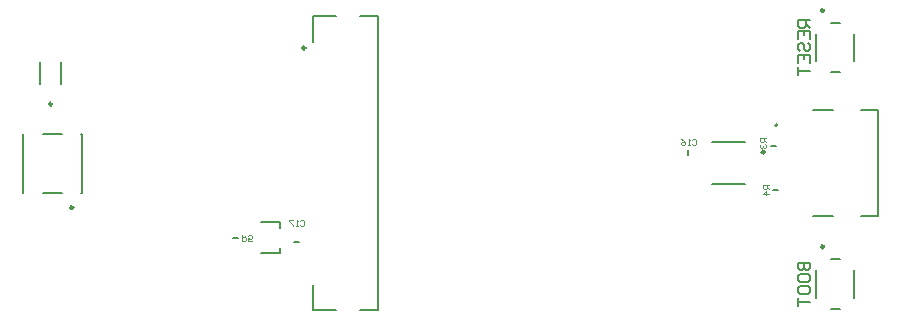
<source format=gbo>
G04*
G04 #@! TF.GenerationSoftware,Altium Limited,Altium Designer,23.1.1 (15)*
G04*
G04 Layer_Color=32896*
%FSLAX25Y25*%
%MOIN*%
G70*
G04*
G04 #@! TF.SameCoordinates,379D8D2B-01B5-4923-9211-1CC0BA53C839*
G04*
G04*
G04 #@! TF.FilePolarity,Positive*
G04*
G01*
G75*
%ADD11C,0.00787*%
%ADD12C,0.00591*%
%ADD13C,0.00500*%
%ADD14C,0.00492*%
%ADD66C,0.00984*%
D11*
X525272Y292453D02*
G03*
X525272Y292453I-394J0D01*
G01*
X503342Y272965D02*
X514366D01*
X503342Y286744D02*
X514366D01*
X286543Y306405D02*
Y313595D01*
X279457Y306405D02*
Y313595D01*
X280350Y289697D02*
X286650D01*
X280350Y270012D02*
X286650D01*
X293146D02*
X293342D01*
X293146Y289697D02*
X293342D01*
X273657D02*
X273854D01*
X273657Y270012D02*
X273854D01*
X273657D02*
Y289697D01*
X293342Y270012D02*
Y289697D01*
X538201Y313744D02*
Y322996D01*
X543024Y310102D02*
X545976D01*
X550799Y313744D02*
Y322996D01*
X543024Y326638D02*
X545976D01*
X359421Y258347D02*
Y260118D01*
Y249882D02*
Y251654D01*
X353024Y249882D02*
X359421D01*
X353024Y260118D02*
X359421D01*
X370575Y328870D02*
X378153D01*
X386224D02*
X392032D01*
Y230839D02*
Y328870D01*
X370575Y230839D02*
X378153D01*
X386224D02*
X392032D01*
X370575D02*
Y239402D01*
Y320307D02*
Y328870D01*
X538201Y235004D02*
Y244256D01*
X543024Y231362D02*
X545976D01*
X550799Y235004D02*
Y244256D01*
X543024Y247898D02*
X545976D01*
X532277Y246715D02*
X536213D01*
Y244748D01*
X535557Y244092D01*
X534901D01*
X534245Y244748D01*
Y246715D01*
Y244748D01*
X533589Y244092D01*
X532933D01*
X532277Y244748D01*
Y246715D01*
Y240812D02*
Y242124D01*
X532933Y242780D01*
X535557D01*
X536213Y242124D01*
Y240812D01*
X535557Y240156D01*
X532933D01*
X532277Y240812D01*
Y236876D02*
Y238188D01*
X532933Y238844D01*
X535557D01*
X536213Y238188D01*
Y236876D01*
X535557Y236220D01*
X532933D01*
X532277Y236876D01*
Y234908D02*
Y232284D01*
Y233596D01*
X536213D01*
X536213Y327683D02*
X532277D01*
Y325715D01*
X532933Y325060D01*
X534245D01*
X534901Y325715D01*
Y327683D01*
Y326372D02*
X536213Y325060D01*
X532277Y321124D02*
Y323748D01*
X536213D01*
Y321124D01*
X534245Y323748D02*
Y322436D01*
X532933Y317188D02*
X532277Y317844D01*
Y319156D01*
X532933Y319812D01*
X533589D01*
X534245Y319156D01*
Y317844D01*
X534901Y317188D01*
X535557D01*
X536213Y317844D01*
Y319156D01*
X535557Y319812D01*
X532277Y313252D02*
Y315876D01*
X536213D01*
Y313252D01*
X534245Y315876D02*
Y314564D01*
X532277Y311940D02*
Y309317D01*
Y310629D01*
X536213D01*
D12*
X343713Y255000D02*
X345287D01*
X523713Y271000D02*
X525287D01*
X523213Y285500D02*
X524787D01*
X364213Y253500D02*
X365787D01*
X495500Y282713D02*
Y284287D01*
D13*
X558736Y262256D02*
Y297453D01*
X553106D02*
X558736D01*
X537280D02*
X543894D01*
X553106Y262256D02*
X558736D01*
X537280D02*
X543894D01*
D14*
X346860Y255984D02*
Y254016D01*
X347844D01*
X348172Y254344D01*
Y255000D01*
X347844Y255328D01*
X346860D01*
X347516D02*
X348172Y255984D01*
X350140Y254016D02*
X348828D01*
Y255000D01*
X349484Y254672D01*
X349812D01*
X350140Y255000D01*
Y255656D01*
X349812Y255984D01*
X349156D01*
X348828Y255656D01*
X366148Y260656D02*
X366476Y260984D01*
X367132D01*
X367460Y260656D01*
Y259344D01*
X367132Y259016D01*
X366476D01*
X366148Y259344D01*
X365492Y259016D02*
X364836D01*
X365164D01*
Y260984D01*
X365492Y260656D01*
X363852Y260984D02*
X362540D01*
Y260656D01*
X363852Y259344D01*
Y259016D01*
X522484Y272640D02*
X520516D01*
Y271656D01*
X520844Y271328D01*
X521500D01*
X521828Y271656D01*
Y272640D01*
Y271984D02*
X522484Y271328D01*
Y269688D02*
X520516D01*
X521500Y270672D01*
Y269360D01*
X521484Y288140D02*
X519516D01*
Y287156D01*
X519844Y286828D01*
X520500D01*
X520828Y287156D01*
Y288140D01*
Y287484D02*
X521484Y286828D01*
X519844Y286172D02*
X519516Y285844D01*
Y285188D01*
X519844Y284860D01*
X520172D01*
X520500Y285188D01*
Y285516D01*
Y285188D01*
X520828Y284860D01*
X521156D01*
X521484Y285188D01*
Y285844D01*
X521156Y286172D01*
X496648Y287656D02*
X496976Y287984D01*
X497632D01*
X497960Y287656D01*
Y286344D01*
X497632Y286016D01*
X496976D01*
X496648Y286344D01*
X495992Y286016D02*
X495336D01*
X495664D01*
Y287984D01*
X495992Y287656D01*
X493040Y287984D02*
X493696Y287656D01*
X494352Y287000D01*
Y286344D01*
X494024Y286016D01*
X493368D01*
X493040Y286344D01*
Y286672D01*
X493368Y287000D01*
X494352D01*
D66*
X520977Y283594D02*
G03*
X520977Y283594I-492J0D01*
G01*
X283492Y299567D02*
G03*
X283492Y299567I-492J0D01*
G01*
X290488Y265090D02*
G03*
X290488Y265090I-492J0D01*
G01*
X540760Y330772D02*
G03*
X540760Y330772I-492J0D01*
G01*
X367917Y318240D02*
G03*
X367917Y318240I-492J0D01*
G01*
X540760Y252031D02*
G03*
X540760Y252031I-492J0D01*
G01*
M02*

</source>
